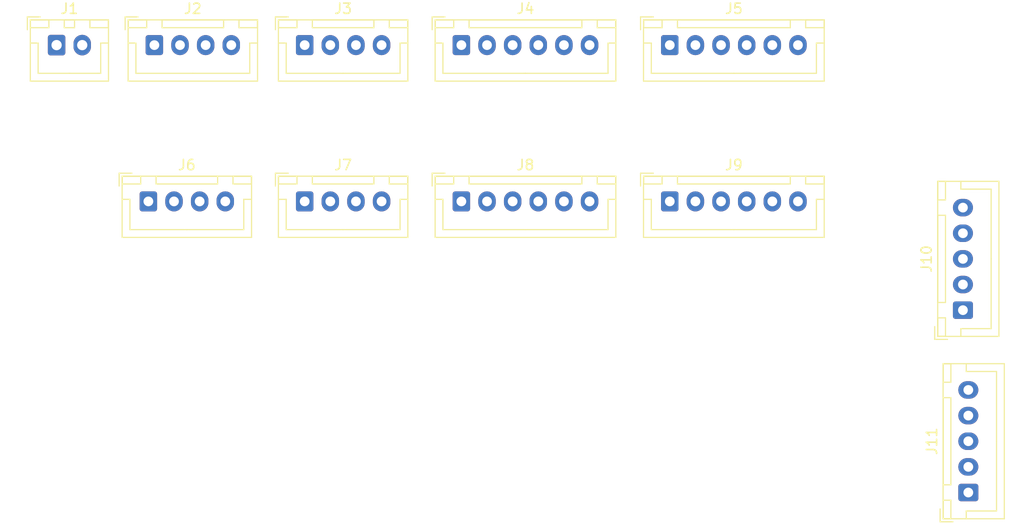
<source format=kicad_pcb>
(kicad_pcb (version 20211014) (generator pcbnew)
  (layers (0 "F.Cu" signal) (31 "B.Cu" signal) (34 "B.Paste" user) (35 "F.Paste" user) (36 "B.SilkS" user "B.Silkscreen") (37 "F.SilkS" user "F.Silkscreen") (38 "B.Mask" user) (39 "F.Mask" user) (44 "Edge.Cuts" user))
  (net 0 "")
  (net 1 "/HSYNC PC6")
  (net 2 "/VSYNC PA4")
  (net 3 "/G2 PA6")
  (net 4 "/B3 PG11")
  (net 5 "/G3 PG10")
  (net 6 "/R3 PB0")
  (net 7 "/B4 PG12")
  (net 8 "/G4 PB10")
  (net 9 "/R4 PA11")
  (net 10 "/B5 PA3")
  (net 11 "/B6 PB8")
  (net 12 "/G6 PC7")
  (net 13 "/R6 PB1")
  (net 14 "/B7 PB9")
  (net 15 "/G5 PB11")
  (net 16 "/R5 PA12")
  (net 17 "/G7 PD3")
  (net 18 "/R7 PG6")
  (net 19 "/+5V")
  (net 20 "/CLK PG7")
  (net 21 "/DE PG7")
  (net 22 "GND")
  (net 23 "/RED")
  (net 24 "/GREEN")
  (net 25 "/BLUE")
  (net 26 "/VSYNC")
  (net 27 "/HSYNC")
  (footprint "Connector_JST:JST_XH_B2B-XH-A_1x02_P2.50mm_Vertical" (layer "F.Cu") (at 81.28 65.515)
    (fp_text reference "J1" (at 1.25 -3.55) (layer "F.SilkS"))
    (fp_text value "Conn_01x02_Male")
    (fp_line (start -2.56 -2.46) (end -2.56 3.51) (layer "F.SilkS") (width 0.12))
    (fp_line (start 5.05 -1.7) (end 5.05 -2.45) (layer "F.SilkS") (width 0.12))
    (fp_line (start -1.6 -2.75) (end -2.85 -2.75) (layer "F.SilkS") (width 0.12))
    (fp_line (start 5.06 -2.46) (end -2.56 -2.46) (layer "F.SilkS") (width 0.12))
    (fp_line (start 3.25 -1.7) (end 5.05 -1.7) (layer "F.SilkS") (width 0.12))
    (fp_line (start -2.55 -2.45) (end -2.55 -1.7) (layer "F.SilkS") (width 0.12))
    (fp_line (start 0.75 -1.7) (end 1.75 -1.7) (layer "F.SilkS") (width 0.12))
    (fp_line (start -0.75 -2.45) (end -2.55 -2.45) (layer "F.SilkS") (width 0.12))
    (fp_line (start -2.85 -2.75) (end -2.85 -1.5) (layer "F.SilkS") (width 0.12))
    (fp_line (start 3.25 -2.45) (end 3.25 -1.7) (layer "F.SilkS") (width 0.12))
    (fp_line (start -2.55 -1.7) (end -0.75 -1.7) (layer "F.SilkS") (width 0.12))
    (fp_line (start -1.8 -0.2) (end -1.8 2.75) (layer "F.SilkS") (width 0.12))
    (fp_line (start 4.3 2.75) (end 1.25 2.75) (layer "F.SilkS") (width 0.12))
    (fp_line (start 1.75 -1.7) (end 1.75 -2.45) (layer "F.SilkS") (width 0.12))
    (fp_line (start 5.05 -0.2) (end 4.3 -0.2) (layer "F.SilkS") (width 0.12))
    (fp_line (start 5.05 -2.45) (end 3.25 -2.45) (layer "F.SilkS") (width 0.12))
    (fp_line (start 1.75 -2.45) (end 0.75 -2.45) (layer "F.SilkS") (width 0.12))
    (fp_line (start -2.56 3.51) (end 5.06 3.51) (layer "F.SilkS") (width 0.12))
    (fp_line (start 5.06 3.51) (end 5.06 -2.46) (layer "F.SilkS") (width 0.12))
    (fp_line (start 0.75 -2.45) (end 0.75 -1.7) (layer "F.SilkS") (width 0.12))
    (fp_line (start -0.75 -1.7) (end -0.75 -2.45) (layer "F.SilkS") (width 0.12))
    (fp_line (start 4.3 -0.2) (end 4.3 2.75) (layer "F.SilkS") (width 0.12))
    (fp_line (start -2.55 -0.2) (end -1.8 -0.2) (layer "F.SilkS") (width 0.12))
    (fp_line (start -1.8 2.75) (end 1.25 2.75) (layer "F.SilkS") (width 0.12))
    (pad "1" thru_hole roundrect (at 0 0) (size 1.7 2) (drill 1) (layers *.Cu *.Mask) (roundrect_rratio 0.147059) (net 20 "/CLK PG7"))
    (pad "2" thru_hole oval (at 2.5 0) (size 1.7 2) (drill 1) (layers *.Cu *.Mask) (net 21 "/DE PG7"))
  )
  (footprint "Connector_JST:JST_XH_B6B-XH-A_1x06_P2.50mm_Vertical" (layer "F.Cu") (at 141.07 65.515)
    (fp_text reference "J5" (at 6.25 -3.55) (layer "F.SilkS"))
    (fp_text value "Conn_01x06_Male")
    (fp_line (start 11.75 -2.45) (end 0.75 -2.45) (layer "F.SilkS") (width 0.12))
    (fp_line (start -2.56 -2.46) (end -2.56 3.51) (layer "F.SilkS") (width 0.12))
    (fp_line (start -2.85 -2.75) (end -2.85 -1.5) (layer "F.SilkS") (width 0.12))
    (fp_line (start 13.25 -1.7) (end 15.05 -1.7) (layer "F.SilkS") (width 0.12))
    (fp_line (start 15.05 -2.45) (end 13.25 -2.45) (layer "F.SilkS") (width 0.12))
    (fp_line (start 14.3 -0.2) (end 14.3 2.75) (layer "F.SilkS") (width 0.12))
    (fp_line (start -2.55 -0.2) (end -1.8 -0.2) (layer "F.SilkS") (width 0.12))
    (fp_line (start -0.75 -1.7) (end -0.75 -2.45) (layer "F.SilkS") (width 0.12))
    (fp_line (start 11.75 -1.7) (end 11.75 -2.45) (layer "F.SilkS") (width 0.12))
    (fp_line (start 14.3 2.75) (end 6.25 2.75) (layer "F.SilkS") (width 0.12))
    (fp_line (start 15.05 -0.2) (end 14.3 -0.2) (layer "F.SilkS") (width 0.12))
    (fp_line (start -2.56 3.51) (end 15.06 3.51) (layer "F.SilkS") (width 0.12))
    (fp_line (start 13.25 -2.45) (end 13.25 -1.7) (layer "F.SilkS") (width 0.12))
    (fp_line (start 0.75 -2.45) (end 0.75 -1.7) (layer "F.SilkS") (width 0.12))
    (fp_line (start -1.6 -2.75) (end -2.85 -2.75) (layer "F.SilkS") (width 0.12))
    (fp_line (start -0.75 -2.45) (end -2.55 -2.45) (layer "F.SilkS") (width 0.12))
    (fp_line (start -1.8 2.75) (end 6.25 2.75) (layer "F.SilkS") (width 0.12))
    (fp_line (start 15.06 3.51) (end 15.06 -2.46) (layer "F.SilkS") (width 0.12))
    (fp_line (start -2.55 -1.7) (end -0.75 -1.7) (layer "F.SilkS") (width 0.12))
    (fp_line (start 15.06 -2.46) (end -2.56 -2.46) (layer "F.SilkS") (width 0.12))
    (fp_line (start -1.8 -0.2) (end -1.8 2.75) (layer "F.SilkS") (width 0.12))
    (fp_line (start 0.75 -1.7) (end 11.75 -1.7) (layer "F.SilkS") (width 0.12))
    (fp_line (start -2.55 -2.45) (end -2.55 -1.7) (layer "F.SilkS") (width 0.12))
    (fp_line (start 15.05 -1.7) (end 15.05 -2.45) (layer "F.SilkS") (width 0.12))
    (pad "1" thru_hole roundrect (at 0 0) (size 1.7 1.95) (drill 0.95) (layers *.Cu *.Mask) (roundrect_rratio 0.147059) (net 11 "/B6 PB8"))
    (pad "2" thru_hole oval (at 2.5 0) (size 1.7 1.95) (drill 0.95) (layers *.Cu *.Mask) (net 12 "/G6 PC7"))
    (pad "3" thru_hole oval (at 5 0) (size 1.7 1.95) (drill 0.95) (layers *.Cu *.Mask) (net 13 "/R6 PB1"))
    (pad "4" thru_hole oval (at 7.5 0) (size 1.7 1.95) (drill 0.95) (layers *.Cu *.Mask) (net 14 "/B7 PB9"))
    (pad "5" thru_hole oval (at 10 0) (size 1.7 1.95) (drill 0.95) (layers *.Cu *.Mask) (net 17 "/G7 PD3"))
    (pad "6" thru_hole oval (at 12.5 0) (size 1.7 1.95) (drill 0.95) (layers *.Cu *.Mask) (net 18 "/R7 PG6"))
  )
  (footprint "Connector_JST:JST_XH_B4B-XH-A_1x04_P2.50mm_Vertical" (layer "F.Cu") (at 90.23 80.755)
    (fp_text reference "J6" (at 3.75 -3.55) (layer "F.SilkS"))
    (fp_text value "Conn_01x04_Male")
    (fp_line (start 9.3 -0.2) (end 9.3 2.75) (layer "F.SilkS") (width 0.12))
    (fp_line (start 0.75 -1.7) (end 6.75 -1.7) (layer "F.SilkS") (width 0.12))
    (fp_line (start -2.55 -2.45) (end -2.55 -1.7) (layer "F.SilkS") (width 0.12))
    (fp_line (start -2.55 -1.7) (end -0.75 -1.7) (layer "F.SilkS") (width 0.12))
    (fp_line (start 8.25 -1.7) (end 10.05 -1.7) (layer "F.SilkS") (width 0.12))
    (fp_line (start 10.05 -2.45) (end 8.25 -2.45) (layer "F.SilkS") (width 0.12))
    (fp_line (start 8.25 -2.45) (end 8.25 -1.7) (layer "F.SilkS") (width 0.12))
    (fp_line (start 10.05 -1.7) (end 10.05 -2.45) (layer "F.SilkS") (width 0.12))
    (fp_line (start 10.06 3.51) (end 10.06 -2.46) (layer "F.SilkS") (width 0.12))
    (fp_line (start -2.56 3.51) (end 10.06 3.51) (layer "F.SilkS") (width 0.12))
    (fp_line (start 6.75 -2.45) (end 0.75 -2.45) (layer "F.SilkS") (width 0.12))
    (fp_line (start -2.85 -2.75) (end -2.85 -1.5) (layer "F.SilkS") (width 0.12))
    (fp_line (start -1.8 -0.2) (end -1.8 2.75) (layer "F.SilkS") (width 0.12))
    (fp_line (start 0.75 -2.45) (end 0.75 -1.7) (layer "F.SilkS") (width 0.12))
    (fp_line (start -0.75 -2.45) (end -2.55 -2.45) (layer "F.SilkS") (width 0.12))
    (fp_line (start 6.75 -1.7) (end 6.75 -2.45) (layer "F.SilkS") (width 0.12))
    (fp_line (start 10.05 -0.2) (end 9.3 -0.2) (layer "F.SilkS") (width 0.12))
    (fp_line (start -2.55 -0.2) (end -1.8 -0.2) (layer "F.SilkS") (width 0.12))
    (fp_line (start -1.8 2.75) (end 3.75 2.75) (layer "F.SilkS") (width 0.12))
    (fp_line (start -2.56 -2.46) (end -2.56 3.51) (layer "F.SilkS") (width 0.12))
    (fp_line (start -1.6 -2.75) (end -2.85 -2.75) (layer "F.SilkS") (width 0.12))
    (fp_line (start 9.3 2.75) (end 3.75 2.75) (layer "F.SilkS") (width 0.12))
    (fp_line (start -0.75 -1.7) (end -0.75 -2.45) (layer "F.SilkS") (width 0.12))
    (fp_line (start 10.06 -2.46) (end -2.56 -2.46) (layer "F.SilkS") (width 0.12))
    (pad "1" thru_hole roundrect (at 0 0) (size 1.7 1.95) (drill 0.95) (layers *.Cu *.Mask) (roundrect_rratio 0.147059) (net 22 "GND"))
    (pad "2" thru_hole oval (at 2.5 0) (size 1.7 1.95) (drill 0.95) (layers *.Cu *.Mask) (net 19 "/+5V"))
    (pad "3" thru_hole oval (at 5 0) (size 1.7 1.95) (drill 0.95) (layers *.Cu *.Mask) (net 1 "/HSYNC PC6"))
    (pad "4" thru_hole oval (at 7.5 0) (size 1.7 1.95) (drill 0.95) (layers *.Cu *.Mask) (net 2 "/VSYNC PA4"))
  )
  (footprint "Connector_JST:JST_XH_B6B-XH-A_1x06_P2.50mm_Vertical" (layer "F.Cu") (at 120.75 80.755)
    (fp_text reference "J8" (at 6.25 -3.55) (layer "F.SilkS"))
    (fp_text value "Conn_01x06_Male")
    (fp_line (start -2.56 -2.46) (end -2.56 3.51) (layer "F.SilkS") (width 0.12))
    (fp_line (start 13.25 -1.7) (end 15.05 -1.7) (layer "F.SilkS") (width 0.12))
    (fp_line (start -2.55 -2.45) (end -2.55 -1.7) (layer "F.SilkS") (width 0.12))
    (fp_line (start 14.3 2.75) (end 6.25 2.75) (layer "F.SilkS") (width 0.12))
    (fp_line (start 11.75 -2.45) (end 0.75 -2.45) (layer "F.SilkS") (width 0.12))
    (fp_line (start -1.8 2.75) (end 6.25 2.75) (layer "F.SilkS") (width 0.12))
    (fp_line (start -0.75 -2.45) (end -2.55 -2.45) (layer "F.SilkS") (width 0.12))
    (fp_line (start -2.55 -1.7) (end -0.75 -1.7) (layer "F.SilkS") (width 0.12))
    (fp_line (start 15.05 -0.2) (end 14.3 -0.2) (layer "F.SilkS") (width 0.12))
    (fp_line (start 11.75 -1.7) (end 11.75 -2.45) (layer "F.SilkS") (width 0.12))
    (fp_line (start 13.25 -2.45) (end 13.25 -1.7) (layer "F.SilkS") (width 0.12))
    (fp_line (start 0.75 -2.45) (end 0.75 -1.7) (layer "F.SilkS") (width 0.12))
    (fp_line (start -0.75 -1.7) (end -0.75 -2.45) (layer "F.SilkS") (width 0.12))
    (fp_line (start -2.55 -0.2) (end -1.8 -0.2) (layer "F.SilkS") (width 0.12))
    (fp_line (start -2.56 3.51) (end 15.06 3.51) (layer "F.SilkS") (width 0.12))
    (fp_line (start -2.85 -2.75) (end -2.85 -1.5) (layer "F.SilkS") (width 0.12))
    (fp_line (start -1.6 -2.75) (end -2.85 -2.75) (layer "F.SilkS") (width 0.12))
    (fp_line (start -1.8 -0.2) (end -1.8 2.75) (layer "F.SilkS") (width 0.12))
    (fp_line (start 15.05 -2.45) (end 13.25 -2.45) (layer "F.SilkS") (width 0.12))
    (fp_line (start 14.3 -0.2) (end 14.3 2.75) (layer "F.SilkS") (width 0.12))
    (fp_line (start 0.75 -1.7) (end 11.75 -1.7) (layer "F.SilkS") (width 0.12))
    (fp_line (start 15.05 -1.7) (end 15.05 -2.45) (layer "F.SilkS") (width 0.12))
    (fp_line (start 15.06 3.51) (end 15.06 -2.46) (layer "F.SilkS") (width 0.12))
    (fp_line (start 15.06 -2.46) (end -2.56 -2.46) (layer "F.SilkS") (width 0.12))
    (pad "1" thru_hole roundrect (at 0 0) (size 1.7 1.95) (drill 0.95) (layers *.Cu *.Mask) (roundrect_rratio 0.147059) (net 7 "/B4 PG12"))
    (pad "2" thru_hole oval (at 2.5 0) (size 1.7 1.95) (drill 0.95) (layers *.Cu *.Mask) (net 8 "/G4 PB10"))
    (pad "3" thru_hole oval (at 5 0) (size 1.7 1.95) (drill 0.95) (layers *.Cu *.Mask) (net 9 "/R4 PA11"))
    (pad "4" thru_hole oval (at 7.5 0) (size 1.7 1.95) (drill 0.95) (layers *.Cu *.Mask) (net 10 "/B5 PA3"))
    (pad "5" thru_hole oval (at 10 0) (size 1.7 1.95) (drill 0.95) (layers *.Cu *.Mask) (net 15 "/G5 PB11"))
    (pad "6" thru_hole oval (at 12.5 0) (size 1.7 1.95) (drill 0.95) (layers *.Cu *.Mask) (net 16 "/R5 PA12"))
  )
  (footprint "Connector_JST:JST_XH_B6B-XH-A_1x06_P2.50mm_Vertical" (layer "F.Cu") (at 141.07 80.755)
    (fp_text reference "J9" (at 6.25 -3.55) (layer "F.SilkS"))
    (fp_text value "Conn_01x06_Male")
    (fp_line (start 14.3 -0.2) (end 14.3 2.75) (layer "F.SilkS") (width 0.12))
    (fp_line (start -1.6 -2.75) (end -2.85 -2.75) (layer "F.SilkS") (width 0.12))
    (fp_line (start 14.3 2.75) (end 6.25 2.75) (layer "F.SilkS") (width 0.12))
    (fp_line (start -2.55 -2.45) (end -2.55 -1.7) (layer "F.SilkS") (width 0.12))
    (fp_line (start -1.8 2.75) (end 6.25 2.75) (layer "F.SilkS") (width 0.12))
    (fp_line (start 15.06 -2.46) (end -2.56 -2.46) (layer "F.SilkS") (width 0.12))
    (fp_line (start 0.75 -2.45) (end 0.75 -1.7) (layer "F.SilkS") (width 0.12))
    (fp_line (start -0.75 -1.7) (end -0.75 -2.45) (layer "F.SilkS") (width 0.12))
    (fp_line (start 11.75 -1.7) (end 11.75 -2.45) (layer "F.SilkS") (width 0.12))
    (fp_line (start 13.25 -1.7) (end 15.05 -1.7) (layer "F.SilkS") (width 0.12))
    (fp_line (start 15.05 -0.2) (end 14.3 -0.2) (layer "F.SilkS") (width 0.12))
    (fp_line (start 11.75 -2.45) (end 0.75 -2.45) (layer "F.SilkS") (width 0.12))
    (fp_line (start -2.55 -1.7) (end -0.75 -1.7) (layer "F.SilkS") (width 0.12))
    (fp_line (start -1.8 -0.2) (end -1.8 2.75) (layer "F.SilkS") (width 0.12))
    (fp_line (start 15.06 3.51) (end 15.06 -2.46) (layer "F.SilkS") (width 0.12))
    (fp_line (start 15.05 -1.7) (end 15.05 -2.45) (layer "F.SilkS") (width 0.12))
    (fp_line (start -0.75 -2.45) (end -2.55 -2.45) (layer "F.SilkS") (width 0.12))
    (fp_line (start 0.75 -1.7) (end 11.75 -1.7) (layer "F.SilkS") (width 0.12))
    (fp_line (start -2.56 -2.46) (end -2.56 3.51) (layer "F.SilkS") (width 0.12))
    (fp_line (start -2.56 3.51) (end 15.06 3.51) (layer "F.SilkS") (width 0.12))
    (fp_line (start 15.05 -2.45) (end 13.25 -2.45) (layer "F.SilkS") (width 0.12))
    (fp_line (start -2.55 -0.2) (end -1.8 -0.2) (layer "F.SilkS") (width 0.12))
    (fp_line (start -2.85 -2.75) (end -2.85 -1.5) (layer "F.SilkS") (width 0.12))
    (fp_line (start 13.25 -2.45) (end 13.25 -1.7) (layer "F.SilkS") (width 0.12))
    (pad "1" thru_hole roundrect (at 0 0) (size 1.7 1.95) (drill 0.95) (layers *.Cu *.Mask) (roundrect_rratio 0.147059) (net 11 "/B6 PB8"))
    (pad "2" thru_hole oval (at 2.5 0) (size 1.7 1.95) (drill 0.95) (layers *.Cu *.Mask) (net 12 "/G6 PC7"))
    (pad "3" thru_hole oval (at 5 0) (size 1.7 1.95) (drill 0.95) (layers *.Cu *.Mask) (net 13 "/R6 PB1"))
    (pad "4" thru_hole oval (at 7.5 0) (size 1.7 1.95) (drill 0.95) (layers *.Cu *.Mask) (net 14 "/B7 PB9"))
    (pad "5" thru_hole oval (at 10 0) (size 1.7 1.95) (drill 0.95) (layers *.Cu *.Mask) (net 17 "/G7 PD3"))
    (pad "6" thru_hole oval (at 12.5 0) (size 1.7 1.95) (drill 0.95) (layers *.Cu *.Mask) (net 18 "/R7 PG6"))
  )
  (footprint "Connector_JST:JST_XH_B4B-XH-A_1x04_P2.50mm_Vertical" (layer "F.Cu") (at 105.47 80.755)
    (fp_text reference "J7" (at 3.75 -3.55) (layer "F.SilkS"))
    (fp_text value "Conn_01x04_Male")
    (fp_line (start 10.05 -0.2) (end 9.3 -0.2) (layer "F.SilkS") (width 0.12))
    (fp_line (start -1.8 2.75) (end 3.75 2.75) (layer "F.SilkS") (width 0.12))
    (fp_line (start -2.55 -0.2) (end -1.8 -0.2) (layer "F.SilkS") (width 0.12))
    (fp_line (start 10.06 3.51) (end 10.06 -2.46) (layer "F.SilkS") (width 0.12))
    (fp_line (start 9.3 2.75) (end 3.75 2.75) (layer "F.SilkS") (width 0.12))
    (fp_line (start -2.56 3.51) (end 10.06 3.51) (layer "F.SilkS") (width 0.12))
    (fp_line (start 0.75 -1.7) (end 6.75 -1.7) (layer "F.SilkS") (width 0.12))
    (fp_line (start 10.05 -1.7) (end 10.05 -2.45) (layer "F.SilkS") (width 0.12))
    (fp_line (start -0.75 -1.7) (end -0.75 -2.45) (layer "F.SilkS") (width 0.12))
    (fp_line (start -2.55 -1.7) (end -0.75 -1.7) (layer "F.SilkS") (width 0.12))
    (fp_line (start -1.8 -0.2) (end -1.8 2.75) (layer "F.SilkS") (width 0.12))
    (fp_line (start -0.75 -2.45) (end -2.55 -2.45) (layer "F.SilkS") (width 0.12))
    (fp_line (start 6.75 -1.7) (end 6.75 -2.45) (layer "F.SilkS") (width 0.12))
    (fp_line (start 10.06 -2.46) (end -2.56 -2.46) (layer "F.SilkS") (width 0.12))
    (fp_line (start 10.05 -2.45) (end 8.25 -2.45) (layer "F.SilkS") (width 0.12))
    (fp_line (start -2.55 -2.45) (end -2.55 -1.7) (layer "F.SilkS") (width 0.12))
    (fp_line (start -2.56 -2.46) (end -2.56 3.51) (layer "F.SilkS") (width 0.12))
    (fp_line (start -2.85 -2.75) (end -2.85 -1.5) (layer "F.SilkS") (width 0.12))
    (fp_line (start 9.3 -0.2) (end 9.3 2.75) (layer "F.SilkS") (width 0.12))
    (fp_line (start 8.25 -2.45) (end 8.25 -1.7) (layer "F.SilkS") (width 0.12))
    (fp_line (start 6.75 -2.45) (end 0.75 -2.45) (layer "F.SilkS") (width 0.12))
    (fp_line (start -1.6 -2.75) (end -2.85 -2.75) (layer "F.SilkS") (width 0.12))
    (fp_line (start 0.75 -2.45) (end 0.75 -1.7) (layer "F.SilkS") (width 0.12))
    (fp_line (start 8.25 -1.7) (end 10.05 -1.7) (layer "F.SilkS") (width 0.12))
    (pad "1" thru_hole roundrect (at 0 0) (size 1.7 1.95) (drill 0.95) (layers *.Cu *.Mask) (roundrect_rratio 0.147059) (net 3 "/G2 PA6"))
    (pad "2" thru_hole oval (at 2.5 0) (size 1.7 1.95) (drill 0.95) (layers *.Cu *.Mask) (net 4 "/B3 PG11"))
    (pad "3" thru_hole oval (at 5 0) (size 1.7 1.95) (drill 0.95) (layers *.Cu *.Mask) (net 5 "/G3 PG10"))
    (pad "4" thru_hole oval (at 7.5 0) (size 1.7 1.95) (drill 0.95) (layers *.Cu *.Mask) (net 6 "/R3 PB0"))
  )
  (footprint "Connector_JST:JST_XH_B5B-XH-A_1x05_P2.50mm_Vertical" (layer "F.Cu") (at 170.18 109.14 90)
    (fp_text reference "J11" (at 5 -3.55 90) (layer "F.SilkS"))
    (fp_text value "Conn_01x05_Male")
    (fp_line (start -0.75 -2.45) (end -2.55 -2.45) (layer "F.SilkS") (width 0.12))
    (fp_line (start 11.8 2.75) (end 5 2.75) (layer "F.SilkS") (width 0.12))
    (fp_line (start -1.6 -2.75) (end -2.85 -2.75) (layer "F.SilkS") (width 0.12))
    (fp_line (start -2.85 -2.75) (end -2.85 -1.5) (layer "F.SilkS") (width 0.12))
    (fp_line (start -1.8 2.75) (end 5 2.75) (layer "F.SilkS") (width 0.12))
    (fp_line (start -0.75 -1.7) (end -0.75 -2.45) (layer "F.SilkS") (width 0.12))
    (fp_line (start 12.56 3.51) (end 12.56 -2.46) (layer "F.SilkS") (width 0.12))
    (fp_line (start 9.25 -2.45) (end 0.75 -2.45) (layer "F.SilkS") (width 0.12))
    (fp_line (start 12.55 -0.2) (end 11.8 -0.2) (layer "F.SilkS") (width 0.12))
    (fp_line (start 12.56 -2.46) (end -2.56 -2.46) (layer "F.SilkS") (width 0.12))
    (fp_line (start 11.8 -0.2) (end 11.8 2.75) (layer "F.SilkS") (width 0.12))
    (fp_line (start -2.56 -2.46) (end -2.56 3.51) (layer "F.SilkS") (width 0.12))
    (fp_line (start 0.75 -2.45) (end 0.75 -1.7) (layer "F.SilkS") (width 0.12))
    (fp_line (start 12.55 -1.7) (end 12.55 -2.45) (layer "F.SilkS") (width 0.12))
    (fp_line (start -2.55 -2.45) (end -2.55 -1.7) (layer "F.SilkS") (width 0.12))
    (fp_line (start -2.55 -1.7) (end -0.75 -1.7) (layer "F.SilkS") (width 0.12))
    (fp_line (start -1.8 -0.2) (end -1.8 2.75) (layer "F.SilkS") (width 0.12))
    (fp_line (start 10.75 -2.45) (end 10.75 -1.7) (layer "F.SilkS") (width 0.12))
    (fp_line (start -2.56 3.51) (end 12.56 3.51) (layer "F.SilkS") (width 0.12))
    (fp_line (start 12.55 -2.45) (end 10.75 -2.45) (layer "F.SilkS") (width 0.12))
    (fp_line (start 9.25 -1.7) (end 9.25 -2.45) (layer "F.SilkS") (width 0.12))
    (fp_line (start -2.55 -0.2) (end -1.8 -0.2) (layer "F.SilkS") (width 0.12))
    (fp_line (start 0.75 -1.7) (end 9.25 -1.7) (layer "F.SilkS") (width 0.12))
    (fp_line (start 10.75 -1.7) (end 12.55 -1.7) (layer "F.SilkS") (width 0.12))
    (pad "1" thru_hole roundrect (at 0 0 90) (size 1.7 1.95) (drill 0.95) (layers *.Cu *.Mask) (roundrect_rratio 0.147059) (net 22 "GND"))
    (pad "2" thru_hole oval (at 2.5 0 90) (size 1.7 1.95) (drill 0.95) (layers *.Cu *.Mask) (net 22 "GND"))
    (pad "3" thru_hole oval (at 5 0 90) (size 1.7 1.95) (drill 0.95) (layers *.Cu *.Mask) (net 22 "GND"))
    (pad "4" thru_hole oval (at 7.5 0 90) (size 1.7 1.95) (drill 0.95) (layers *.Cu *.Mask) (net 22 "GND"))
    (pad "5" thru_hole oval (at 10 0 90) (size 1.7 1.95) (drill 0.95) (layers *.Cu *.Mask) (net 22 "GND"))
  )
  (footprint "Connector_JST:JST_XH_B4B-XH-A_1x04_P2.50mm_Vertical" (layer "F.Cu") (at 105.47 65.515)
    (fp_text reference "J3" (at 3.75 -3.55) (layer "F.SilkS"))
    (fp_text value "Conn_01x04_Male")
    (fp_line (start -0.75 -1.7) (end -0.75 -2.45) (layer "F.SilkS") (width 0.12))
    (fp_line (start 10.05 -0.2) (end 9.3 -0.2) (layer "F.SilkS") (width 0.12))
    (fp_line (start 10.06 -2.46) (end -2.56 -2.46) (layer "F.SilkS") (width 0.12))
    (fp_line (start -1.6 -2.75) (end -2.85 -2.75) (layer "F.SilkS") (width 0.12))
    (fp_line (start -0.75 -2.45) (end -2.55 -2.45) (layer "F.SilkS") (width 0.12))
    (fp_line (start -1.8 2.75) (end 3.75 2.75) (layer "F.SilkS") (width 0.12))
    (fp_line (start 10.05 -2.45) (end 8.25 -2.45) (layer "F.SilkS") (width 0.12))
    (fp_line (start 8.25 -1.7) (end 10.05 -1.7) (layer "F.SilkS") (width 0.12))
    (fp_line (start -2.55 -2.45) (end -2.55 -1.7) (layer "F.SilkS") (width 0.12))
    (fp_line (start -2.55 -0.2) (end -1.8 -0.2) (layer "F.SilkS") (width 0.12))
    (fp_line (start 0.75 -1.7) (end 6.75 -1.7) (layer "F.SilkS") (width 0.12))
    (fp_line (start 6.75 -2.45) (end 0.75 -2.45) (layer "F.SilkS") (width 0.12))
    (fp_line (start -2.56 -2.46) (end -2.56 3.51) (layer "F.SilkS") (width 0.12))
    (fp_line (start 8.25 -2.45) (end 8.25 -1.7) (layer "F.SilkS") (width 0.12))
    (fp_line (start 9.3 2.75) (end 3.75 2.75) (layer "F.SilkS") (width 0.12))
    (fp_line (start 6.75 -1.7) (end 6.75 -2.45) (layer "F.SilkS") (width 0.12))
    (fp_line (start -2.85 -2.75) (end -2.85 -1.5) (layer "F.SilkS") (width 0.12))
    (fp_line (start 10.06 3.51) (end 10.06 -2.46) (layer "F.SilkS") (width 0.12))
    (fp_line (start 10.05 -1.7) (end 10.05 -2.45) (layer "F.SilkS") (width 0.12))
    (fp_line (start -1.8 -0.2) (end -1.8 2.75) (layer "F.SilkS") (width 0.12))
    (fp_line (start 0.75 -2.45) (end 0.75 -1.7) (layer "F.SilkS") (width 0.12))
    (fp_line (start -2.56 3.51) (end 10.06 3.51) (layer "F.SilkS") (width 0.12))
    (fp_line (start -2.55 -1.7) (end -0.75 -1.7) (layer "F.SilkS") (width 0.12))
    (fp_line (start 9.3 -0.2) (end 9.3 2.75) (layer "F.SilkS") (width 0.12))
    (pad "1" thru_hole roundrect (at 0 0) (size 1.7 1.95) (drill 0.95) (layers *.Cu *.Mask) (roundrect_rratio 0.147059) (net 3 "/G2 PA6"))
    (pad "2" thru_hole oval (at 2.5 0) (size 1.7 1.95) (drill 0.95) (layers *.Cu *.Mask) (net 4 "/B3 PG11"))
    (pad "3" thru_hole oval (at 5 0) (size 1.7 1.95) (drill 0.95) (layers *.Cu *.Mask) (net 5 "/G3 PG10"))
    (pad "4" thru_hole oval (at 7.5 0) (size 1.7 1.95) (drill 0.95) (layers *.Cu *.Mask) (net 6 "/R3 PB0"))
  )
  (footprint "Connector_JST:JST_XH_B5B-XH-A_1x05_P2.50mm_Vertical" (layer "F.Cu") (at 169.655 91.36 90)
    (fp_text reference "J10" (at 5 -3.55 90) (layer "F.SilkS"))
    (fp_text value "Conn_01x05_Male")
    (fp_line (start 12.56 -2.46) (end -2.56 -2.46) (layer "F.SilkS") (width 0.12))
    (fp_line (start -2.85 -2.75) (end -2.85 -1.5) (layer "F.SilkS") (width 0.12))
    (fp_line (start -2.56 -2.46) (end -2.56 3.51) (layer "F.SilkS") (width 0.12))
    (fp_line (start -1.8 -0.2) (end -1.8 2.75) (layer "F.SilkS") (width 0.12))
    (fp_line (start 9.25 -2.45) (end 0.75 -2.45) (layer "F.SilkS") (width 0.12))
    (fp_line (start -0.75 -1.7) (end -0.75 -2.45) (layer "F.SilkS") (width 0.12))
    (fp_line (start -1.8 2.75) (end 5 2.75) (layer "F.SilkS") (width 0.12))
    (fp_line (start 10.75 -1.7) (end 12.55 -1.7) (layer "F.SilkS") (width 0.12))
    (fp_line (start -0.75 -2.45) (end -2.55 -2.45) (layer "F.SilkS") (width 0.12))
    (fp_line (start 12.56 3.51) (end 12.56 -2.46) (layer "F.SilkS") (width 0.12))
    (fp_line (start -2.55 -1.7) (end -0.75 -1.7) (layer "F.SilkS") (width 0.12))
    (fp_line (start 9.25 -1.7) (end 9.25 -2.45) (layer "F.SilkS") (width 0.12))
    (fp_line (start 12.55 -0.2) (end 11.8 -0.2) (layer "F.SilkS") (width 0.12))
    (fp_line (start 12.55 -1.7) (end 12.55 -2.45) (layer "F.SilkS") (width 0.12))
    (fp_line (start 11.8 -0.2) (end 11.8 2.75) (layer "F.SilkS") (width 0.12))
    (fp_line (start 12.55 -2.45) (end 10.75 -2.45) (layer "F.SilkS") (width 0.12))
    (fp_line (start -2.55 -0.2) (end -1.8 -0.2) (layer "F.SilkS") (width 0.12))
    (fp_line (start 0.75 -1.7) (end 9.25 -1.7) (layer "F.SilkS") (width 0.12))
    (fp_line (start 0.75 -2.45) (end 0.75 -1.7) (layer "F.SilkS") (width 0.12))
    (fp_line (start 10.75 -2.45) (end 10.75 -1.7) (layer "F.SilkS") (width 0.12))
    (fp_line (start -2.55 -2.45) (end -2.55 -1.7) (layer "F.SilkS") (width 0.12))
    (fp_line (start -1.6 -2.75) (end -2.85 -2.75) (layer "F.SilkS") (width 0.12))
    (fp_line (start -2.56 3.51) (end 12.56 3.51) (layer "F.SilkS") (width 0.12))
    (fp_line (start 11.8 2.75) (end 5 2.75) (layer "F.SilkS") (width 0.12))
    (pad "1" thru_hole roundrect (at 0 0 90) (size 1.7 1.95) (drill 0.95) (layers *.Cu *.Mask) (roundrect_rratio 0.147059) (net 27 "/HSYNC"))
    (pad "2" thru_hole oval (at 2.5 0 90) (size 1.7 1.95) (drill 0.95) (layers *.Cu *.Mask) (net 26 "/VSYNC"))
    (pad "3" thru_hole oval (at 5 0 90) (size 1.7 1.95) (drill 0.95) (layers *.Cu *.Mask) (net 25 "/BLUE"))
    (pad "4" thru_hole oval (at 7.5 0 90) (size 1.7 1.95) (drill 0.95) (layers *.Cu *.Mask) (net 24 "/GREEN"))
    (pad "5" thru_hole oval (at 10 0 90) (size 1.7 1.95) (drill 0.95) (layers *.Cu *.Mask) (net 23 "/RED"))
  )
  (footprint "Connector_JST:JST_XH_B4B-XH-A_1x04_P2.50mm_Vertical" (layer "F.Cu") (at 90.814571 65.515)
    (fp_text reference "J2" (at 3.75 -3.55) (layer "F.SilkS"))
    (fp_text value "Conn_01x04_Male")
    (fp_line (start -2.55 -0.2) (end -1.8 -0.2) (layer "F.SilkS") (width 0.12))
    (fp_line (start -2.56 3.51) (end 10.06 3.51) (layer "F.SilkS") (width 0.12))
    (fp_line (start 6.75 -1.7) (end 6.75 -2.45) (layer "F.SilkS") (width 0.12))
    (fp_line (start 10.06 -2.46) (end -2.56 -2.46) (layer "F.SilkS") (width 0.12))
    (fp_line (start -1.8 2.75) (end 3.75 2.75) (layer "F.SilkS") (width 0.12))
    (fp_line (start 6.75 -2.45) (end 0.75 -2.45) (layer "F.SilkS") (width 0.12))
    (fp_line (start 10.06 3.51) (end 10.06 -2.46) (layer "F.SilkS") (width 0.12))
    (fp_line (start -2.55 -2.45) (end -2.55 -1.7) (layer "F.SilkS") (width 0.12))
    (fp_line (start 8.25 -2.45) (end 8.25 -1.7) (layer "F.SilkS") (width 0.12))
    (fp_line (start -1.8 -0.2) (end -1.8 2.75) (layer "F.SilkS") (width 0.12))
    (fp_line (start -2.56 -2.46) (end -2.56 3.51) (layer "F.SilkS") (width 0.12))
    (fp_line (start -0.75 -2.45) (end -2.55 -2.45) (layer "F.SilkS") (width 0.12))
    (fp_line (start 10.05 -1.7) (end 10.05 -2.45) (layer "F.SilkS") (width 0.12))
    (fp_line (start 0.75 -1.7) (end 6.75 -1.7) (layer "F.SilkS") (width 0.12))
    (fp_line (start 0.75 -2.45) (end 0.75 -1.7) (layer "F.SilkS") (width 0.12))
    (fp_line (start -0.75 -1.7) (end -0.75 -2.45) (layer "F.SilkS") (width 0.12))
    (fp_line (start 9.3 2.75) (end 3.75 2.75) (layer "F.SilkS") (width 0.12))
    (fp_line (start -2.55 -1.7) (end -0.75 -1.7) (layer "F.SilkS") (width 0.12))
    (fp_line (start 10.05 -2.45) (end 8.25 -2.45) (layer "F.SilkS") (width 0.12))
    (fp_line (start 10.05 -0.2) (end 9.3 -0.2) (layer "F.SilkS") (width 0.12))
    (fp_line (start 8.25 -1.7) (end 10.05 -1.7) (layer "F.SilkS") (width 0.12))
    (fp_line (start -2.85 -2.75) (end -2.85 -1.5) (layer "F.SilkS") (width 0.12))
    (fp_line (start 9.3 -0.2) (end 9.3 2.75) (layer "F.SilkS") (width 0.12))
    (fp_line (start -1.6 -2.75) (end -2.85 -2.75) (layer "F.SilkS") (width 0.12))
    (pad "1" thru_hole roundrect (at 0 0) (size 1.7 1.95) (drill 0.95) (layers *.Cu *.Mask) (roundrect_rratio 0.147059) (net 22 "GND"))
    (pad "2" thru_hole oval (at 2.5 0) (size 1.7 1.95) (drill 0.95) (layers *.Cu *.Mask) (net 19 "/+5V"))
    (pad "3" thru_hole oval (at 5 0) (size 1.7 1.95) (drill 0.95) (layers *.Cu *.Mask) (net 1 "/HSYNC PC6"))
    (pad "4" thru_hole oval (at 7.5 0) (size 1.7 1.95) (drill 0.95) (layers *.Cu *.Mask) (net 2 "/VSYNC PA4"))
  )
  (footprint "Connector_JST:JST_XH_B6B-XH-A_1x06_P2.50mm_Vertical" (layer "F.Cu") (at 120.75 65.515)
    (fp_text reference "J4" (at 6.25 -3.55) (layer "F.SilkS"))
    (fp_text value "Conn_01x06_Male")
    (fp_line (start 15.06 -2.46) (end -2.56 -2.46) (layer "F.SilkS") (width 0.12))
    (fp_line (start -0.75 -2.45) (end -2.55 -2.45) (layer "F.SilkS") (width 0.12))
    (fp_line (start 15.05 -0.2) (end 14.3 -0.2) (layer "F.SilkS") (width 0.12))
    (fp_line (start 15.05 -2.45) (end 13.25 -2.45) (layer "F.SilkS") (width 0.12))
    (fp_line (start 15.06 3.51) (end 15.06 -2.46) (layer "F.SilkS") (width 0.12))
    (fp_line (start -1.8 -0.2) (end -1.8 2.75) (layer "F.SilkS") (width 0.12))
    (fp_line (start -2.56 3.51) (end 15.06 3.51) (layer "F.SilkS") (width 0.12))
    (fp_line (start -2.55 -0.2) (end -1.8 -0.2) (layer "F.SilkS") (width 0.12))
    (fp_line (start 0.75 -2.45) (end 0.75 -1.7) (layer "F.SilkS") (width 0.12))
    (fp_line (start -0.75 -1.7) (end -0.75 -2.45) (layer "F.SilkS") (width 0.12))
    (fp_line (start 0.75 -1.7) (end 11.75 -1.7) (layer "F.SilkS") (width 0.12))
    (fp_line (start -2.85 -2.75) (end -2.85 -1.5) (layer "F.SilkS") (width 0.12))
    (fp_line (start -2.55 -1.7) (end -0.75 -1.7) (layer "F.SilkS") (width 0.12))
    (fp_line (start 13.25 -2.45) (end 13.25 -1.7) (layer "F.SilkS") (width 0.12))
    (fp_line (start -2.55 -2.45) (end -2.55 -1.7) (layer "F.SilkS") (width 0.12))
    (fp_line (start -1.8 2.75) (end 6.25 2.75) (layer "F.SilkS") (width 0.12))
    (fp_line (start -1.6 -2.75) (end -2.85 -2.75) (layer "F.SilkS") (width 0.12))
    (fp_line (start 11.75 -1.7) (end 11.75 -2.45) (layer "F.SilkS") (width 0.12))
    (fp_line (start 14.3 -0.2) (end 14.3 2.75) (layer "F.SilkS") (width 0.12))
    (fp_line (start 13.25 -1.7) (end 15.05 -1.7) (layer "F.SilkS") (width 0.12))
    (fp_line (start 15.05 -1.7) (end 15.05 -2.45) (layer "F.SilkS") (width 0.12))
    (fp_line (start 11.75 -2.45) (end 0.75 -2.45) (layer "F.SilkS") (width 0.12))
    (fp_line (start -2.56 -2.46) (end -2.56 3.51) (layer "F.SilkS") (width 0.12))
    (fp_line (start 14.3 2.75) (end 6.25 2.75) (layer "F.SilkS") (width 0.12))
    (pad "1" thru_hole roundrect (at 0 0) (size 1.7 1.95) (drill 0.95) (layers *.Cu *.Mask) (roundrect_rratio 0.147059) (net 7 "/B4 PG12"))
    (pad "2" thru_hole oval (at 2.5 0) (size 1.7 1.95) (drill 0.95) (layers *.Cu *.Mask) (net 8 "/G4 PB10"))
    (pad "3" thru_hole oval (at 5 0) (size 1.7 1.95) (drill 0.95) (layers *.Cu *.Mask) (net 9 "/R4 PA11"))
    (pad "4" thru_hole oval (at 7.5 0) (size 1.7 1.95) (drill 0.95) (layers *.Cu *.Mask) (net 10 "/B5 PA3"))
    (pad "5" thru_hole oval (at 10 0) (size 1.7 1.95) (drill 0.95) (layers *.Cu *.Mask) (net 15 "/G5 PB11"))
    (pad "6" thru_hole oval (at 12.5 0) (size 1.7 1.95) (drill 0.95) (layers *.Cu *.Mask) (net 16 "/R5 PA12"))
  )
)
</source>
